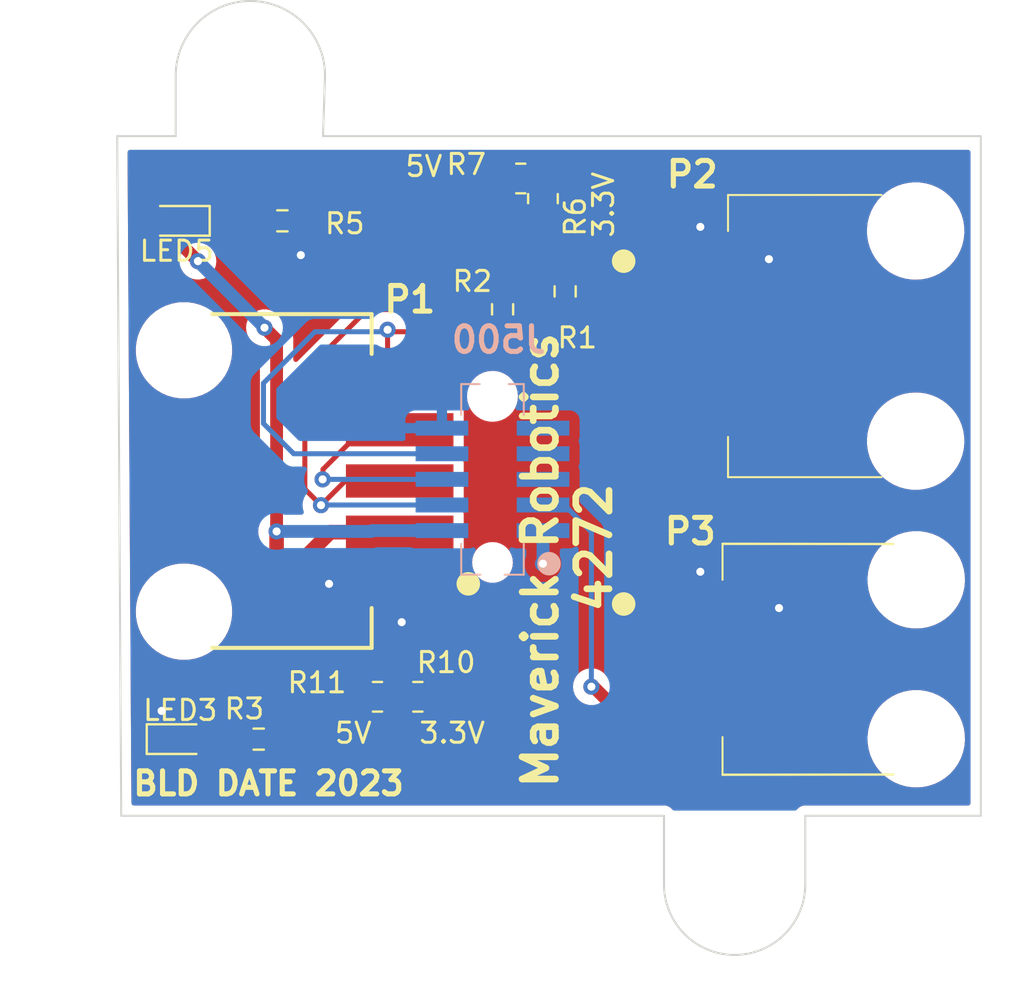
<source format=kicad_pcb>
(kicad_pcb (version 20211014) (generator pcbnew)
  (layers (0 "F.Cu" signal) (31 "B.Cu" signal) (34 "B.Paste" user) (35 "F.Paste" user) (36 "B.SilkS" user "B.Silkscreen") (37 "F.SilkS" user "F.Silkscreen") (38 "B.Mask" user) (39 "F.Mask" user) (44 "Edge.Cuts" user))
  (net 0 "")
  (net 1 "+3.3V")
  (net 2 "+5V")
  (net 3 "/ANALOG_IN")
  (net 4 "/FWD_LIM_SW")
  (net 6 "/ALT_ENC_A")
  (net 8 "/RVS_LIM_SW")
  (net 10 "GND")
  (net 11 "Net-(LED3-Pad2)")
  (net 12 "Net-(P1-Pad2)")
  (net 13 "Net-(P2-Pad2)")
  (net 14 "Net-(LED5-Pad1)")
  (footprint "Library Loader:0015912045" (layer "F.Cu") (at 174.177 103.215 90)
    (fp_text reference "P2" (at 8.015 -7.877 180) (layer "F.SilkS") (effects (font (size 1.27 1.27) (thickness 0.254))))
    (fp_text value "0015912045" hide)
    (fp_line (start -5 -6.105) (end -6.995 -6.105) (layer "F.SilkS") (width 0.1))
    (fp_line (start -6.995 -6.105) (end -6.995 1.5) (layer "F.SilkS") (width 0.1))
    (fp_line (start 5.21 -6.105) (end 6.995 -6.105) (layer "F.SilkS") (width 0.1))
    (fp_line (start 6.995 -6.105) (end 7 1.5) (layer "F.SilkS") (width 0.1))
    (pad "" np_thru_hole circle locked (at 5.21 3.195 90) (size 3.81 3.81) (drill 3.81) (layers *.Cu *.Mask))
    (pad "" np_thru_hole circle locked (at -5.21 3.195 90) (size 3.81 3.81) (drill 3.81) (layers *.Cu *.Mask))
    (pad "1" smd rect locked (at 3.81 -7.495 90) (size 1.65 5.33) (layers "F.Cu" "F.Paste" "F.Mask") (net 10 "GND"))
    (pad "2" smd rect locked (at 1.27 -7.495 90) (size 1.65 5.33) (layers "F.Cu" "F.Paste" "F.Mask") (net 13 "Net-(P2-Pad2)"))
    (pad "3" smd rect locked (at -1.27 -7.495 90) (size 1.65 5.33) (layers "F.Cu" "F.Paste" "F.Mask") (net 4 "/FWD_LIM_SW"))
    (pad "4" smd rect locked (at -3.81 -7.495 90) (size 1.65 5.33) (layers "F.Cu" "F.Paste" "F.Mask") (net 8 "/RVS_LIM_SW"))
  )
  (footprint "MountingHole:MountingHole_3.2mm_M3" (layer "F.Cu") (at 144.347714 90.3)
    (fp_text reference "MH1" hide)
    (fp_text value "MountingHole")
    (pad "" np_thru_hole circle (at 0 0) (size 3.2 3.2) (drill 3.2) (layers *.Cu *.Mask))
  )
  (footprint "Resistor_SMD:R_0805_2012Metric_Pad1.20x1.40mm_HandSolder" (layer "F.Cu") (at 150.7 121.1)
    (fp_text reference "R11" (at -3 -0.7) (layer "F.SilkS"))
    (fp_text value "0")
    (fp_line (start -0.227064 -0.735) (end 0.227064 -0.735) (layer "F.SilkS") (width 0.12))
    (fp_line (start -0.227064 0.735) (end 0.227064 0.735) (layer "F.SilkS") (width 0.12))
    (pad "1" smd roundrect (at -1 0) (size 1.2 1.4) (layers "F.Cu" "F.Paste" "F.Mask") (roundrect_rratio 0.208333) (net 2 "+5V"))
    (pad "2" smd roundrect (at 1 0) (size 1.2 1.4) (layers "F.Cu" "F.Paste" "F.Mask") (roundrect_rratio 0.208333) (net 12 "Net-(P1-Pad2)"))
  )
  (footprint "LED_SMD:LED_0603_1608Metric_Pad1.05x0.95mm_HandSolder" (layer "F.Cu") (at 140.925 123.2)
    (fp_text reference "LED3" (at 0 -1.43) (layer "F.SilkS"))
    (fp_text value "LTST-C190KGKT")
    (fp_line (start -1.66 -0.735) (end -1.66 0.735) (layer "F.SilkS") (width 0.12))
    (fp_line (start -1.66 0.735) (end 0.8 0.735) (layer "F.SilkS") (width 0.12))
    (fp_line (start 0.8 -0.735) (end -1.66 -0.735) (layer "F.SilkS") (width 0.12))
    (pad "1" smd roundrect (at -0.875 0) (size 1.05 0.95) (layers "F.Cu" "F.Paste" "F.Mask") (net 10 "GND"))
    (pad "2" smd roundrect (at 0.875 0) (size 1.05 0.95) (layers "F.Cu" "F.Paste" "F.Mask") (net 11 "Net-(LED3-Pad2)"))
  )
  (footprint "LED_SMD:LED_0603_1608Metric_Pad1.05x0.95mm_HandSolder" (layer "F.Cu") (at 140.725 97.5 180)
    (fp_text reference "LED5" (at -0.025 -1.5) (layer "F.SilkS"))
    (fp_text value "LTST-C190KGKT")
    (fp_line (start 0.8 -0.735) (end -1.66 -0.735) (layer "F.SilkS") (width 0.12))
    (fp_line (start -1.66 -0.735) (end -1.66 0.735) (layer "F.SilkS") (width 0.12))
    (fp_line (start -1.66 0.735) (end 0.8 0.735) (layer "F.SilkS") (width 0.12))
    (pad "1" smd roundrect (at -0.875 0 180) (size 1.05 0.95) (layers "F.Cu" "F.Paste" "F.Mask") (net 14 "Net-(LED5-Pad1)"))
    (pad "2" smd roundrect (at 0.875 0 180) (size 1.05 0.95) (layers "F.Cu" "F.Paste" "F.Mask") (net 2 "+5V"))
  )
  (footprint "Resistor_SMD:R_0805_2012Metric_Pad1.20x1.40mm_HandSolder" (layer "F.Cu") (at 152.7 121.1 180)
    (fp_text reference "R10" (at -1.4 1.7) (layer "F.SilkS"))
    (fp_text value "0")
    (fp_line (start -0.227064 -0.735) (end 0.227064 -0.735) (layer "F.SilkS") (width 0.12))
    (fp_line (start -0.227064 0.735) (end 0.227064 0.735) (layer "F.SilkS") (width 0.12))
    (pad "1" smd roundrect (at -1 0 180) (size 1.2 1.4) (layers "F.Cu" "F.Paste" "F.Mask") (roundrect_rratio 0.208333) (net 1 "+3.3V"))
    (pad "2" smd roundrect (at 1 0 180) (size 1.2 1.4) (layers "F.Cu" "F.Paste" "F.Mask") (roundrect_rratio 0.208333) (net 12 "Net-(P1-Pad2)"))
  )
  (footprint "Resistor_SMD:R_0603_1608Metric_Pad0.98x0.95mm_HandSolder" (layer "F.Cu") (at 145.9875 97.5)
    (fp_text reference "R5" (at 3.0905 0.14) (layer "F.SilkS"))
    (fp_text value "301")
    (fp_line (start -0.254724 -0.5225) (end 0.254724 -0.5225) (layer "F.SilkS") (width 0.12))
    (fp_line (start -0.254724 0.5225) (end 0.254724 0.5225) (layer "F.SilkS") (width 0.12))
    (pad "1" smd roundrect (at -0.9125 0) (size 0.975 0.95) (layers "F.Cu" "F.Paste" "F.Mask") (net 14 "Net-(LED5-Pad1)"))
    (pad "2" smd roundrect (at 0.9125 0) (size 0.975 0.95) (layers "F.Cu" "F.Paste" "F.Mask") (net 10 "GND"))
  )
  (footprint "Library Loader:15917050" (layer "F.Cu") (at 144.305 110.4 -90)
    (fp_text reference "P1" (at -9 -7.995 180) (layer "F.SilkS") (effects (font (size 1.27 1.27) (thickness 0.254))))
    (fp_text value "15-91-7050" hide)
    (fp_line (start 6.3 -6.105) (end 8.275 -6.105) (layer "F.SilkS") (width 0.2))
    (fp_line (start -8.275 1.8) (end -8.275 -6.105) (layer "F.SilkS") (width 0.2))
    (fp_line (start -8.275 -6.105) (end -6.3 -6.105) (layer "F.SilkS") (width 0.2))
    (fp_line (start 8.275 -6.105) (end 8.275 1.5) (layer "F.SilkS") (width 0.2))
    (fp_line (start 8.275 1.5) (end 8.275 1.8) (layer "F.SilkS") (width 0.2))
    (pad "" np_thru_hole circle (at 6.48 3.195 270) (size 3.76 3.76) (drill 3.76) (layers *.Cu *.Mask))
    (pad "" np_thru_hole circle (at -6.48 3.195 270) (size 3.76 3.76) (drill 3.76) (layers *.Cu *.Mask))
    (pad "1" smd rect (at 5.08 -7.495 270) (size 1.65 5.33) (layers "F.Cu" "F.Paste" "F.Mask") (net 10 "GND"))
    (pad "2" smd rect (at 2.54 -7.495 270) (size 1.65 5.33) (layers "F.Cu" "F.Paste" "F.Mask") (net 12 "Net-(P1-Pad2)"))
    (pad "3" smd rect (at 0 -7.495 270) (size 1.65 5.33) (layers "F.Cu" "F.Paste" "F.Mask") (net 4 "/FWD_LIM_SW"))
    (pad "4" smd rect (at -2.54 -7.495 270) (size 1.65 5.33) (layers "F.Cu" "F.Paste" "F.Mask") (net 6 "/ALT_ENC_A"))
    (pad "5" smd rect (at -5.08 -7.495 270) (size 1.65 5.33) (layers "F.Cu" "F.Paste" "F.Mask") (net 8 "/RVS_LIM_SW"))
  )
  (footprint "Resistor_SMD:R_0805_2012Metric_Pad1.20x1.40mm_HandSolder" (layer "F.Cu") (at 158.9 96.4 -90)
    (fp_text reference "R6" (at 0.9 -1.6 90) (layer "F.SilkS"))
    (fp_text value "0")
    (fp_line (start -0.227064 0.735) (end 0.227064 0.735) (layer "F.SilkS") (width 0.12))
    (fp_line (start -0.227064 -0.735) (end 0.227064 -0.735) (layer "F.SilkS") (width 0.12))
    (pad "1" smd roundrect (at -1 0 270) (size 1.2 1.4) (layers "F.Cu" "F.Paste" "F.Mask") (roundrect_rratio 0.208333) (net 13 "Net-(P2-Pad2)"))
    (pad "2" smd roundrect (at 1 0 270) (size 1.2 1.4) (layers "F.Cu" "F.Paste" "F.Mask") (roundrect_rratio 0.208333) (net 1 "+3.3V"))
  )
  (footprint "MountingHole:MountingHole_3.2mm_M3" (layer "F.Cu") (at 168.447 130.4)
    (fp_text reference "MH2" hide)
    (fp_text value "MountingHole")
    (pad "" np_thru_hole circle (at 0 0) (size 3.2 3.2) (drill 3.2) (layers *.Cu *.Mask))
  )
  (footprint "Resistor_SMD:R_0603_1608Metric_Pad0.98x0.95mm_HandSolder" (layer "F.Cu") (at 144.8125 123.2 180)
    (fp_text reference "R3" (at 0.7125 1.5) (layer "F.SilkS"))
    (fp_text value "137")
    (fp_line (start -0.254724 -0.5225) (end 0.254724 -0.5225) (layer "F.SilkS") (width 0.12))
    (fp_line (start -0.254724 0.5225) (end 0.254724 0.5225) (layer "F.SilkS") (width 0.12))
    (pad "1" smd roundrect (at -0.9125 0 180) (size 0.975 0.95) (layers "F.Cu" "F.Paste" "F.Mask") (net 1 "+3.3V"))
    (pad "2" smd roundrect (at 0.9125 0 180) (size 0.975 0.95) (layers "F.Cu" "F.Paste" "F.Mask") (net 11 "Net-(LED3-Pad2)"))
  )
  (footprint "Resistor_SMD:R_0603_1608Metric_Pad0.98x0.95mm_HandSolder" (layer "F.Cu") (at 160 101 90)
    (fp_text reference "R1" (at -2.3 0.6 180) (layer "F.SilkS"))
    (fp_text value "10K")
    (fp_line (start -0.254724 -0.5225) (end 0.254724 -0.5225) (layer "F.SilkS") (width 0.12))
    (fp_line (start -0.254724 0.5225) (end 0.254724 0.5225) (layer "F.SilkS") (width 0.12))
    (pad "1" smd roundrect (at -0.9125 0 90) (size 0.975 0.95) (layers "F.Cu" "F.Paste" "F.Mask") (net 4 "/FWD_LIM_SW"))
    (pad "2" smd roundrect (at 0.9125 0 90) (size 0.975 0.95) (layers "F.Cu" "F.Paste" "F.Mask") (net 1 "+3.3V"))
  )
  (footprint "Library Loader:15912035" (layer "F.Cu") (at 177.4 119.24 90)
    (fp_text reference "P3" (at 6.34 -11.2 180) (layer "F.SilkS") (effects (font (size 1.27 1.27) (thickness 0.254))))
    (fp_text value "15912035" hide)
    (fp_line (start -5.725 -9.6) (end -3.86 -9.6) (layer "F.SilkS") (width 0.1))
    (fp_line (start -5.715 -1.143) (end -5.725 -9.6) (layer "F.SilkS") (width 0.12))
    (fp_line (start 3.94 -9.6) (end 5.725 -9.6) (layer "F.SilkS") (width 0.1))
    (fp_line (start 5.715 -1.143) (end 5.725 -9.6) (layer "F.SilkS") (width 0.12))
    (pad "" np_thru_hole circle (at -3.94 0 90) (size 3.81 3.81) (drill 3.81) (layers *.Cu *.Mask))
    (pad "" np_thru_hole circle (at 3.94 0 90) (size 3.81 3.81) (drill 3.81) (layers *.Cu *.Mask))
    (pad "1" smd rect (at 2.54 -10.69 90) (size 1.65 5.33) (layers "F.Cu" "F.Paste" "F.Mask") (net 10 "GND"))
    (pad "2" smd rect (at 0 -10.69 90) (size 1.65 5.33) (layers "F.Cu" "F.Paste" "F.Mask") (net 1 "+3.3V"))
    (pad "3" smd rect (at -2.54 -10.69 90) (size 1.65 5.33) (layers "F.Cu" "F.Paste" "F.Mask") (net 3 "/ANALOG_IN"))
  )
  (footprint "Resistor_SMD:R_0805_2012Metric_Pad1.20x1.40mm_HandSolder" (layer "F.Cu") (at 157.8 95.4)
    (fp_text reference "R7" (at -2.7 -0.7) (layer "F.SilkS"))
    (fp_text value "0")
    (fp_line (start -0.227064 -0.735) (end 0.227064 -0.735) (layer "F.SilkS") (width 0.12))
    (fp_line (start -0.227064 0.735) (end 0.227064 0.735) (layer "F.SilkS") (width 0.12))
    (pad "1" smd roundrect (at -1 0) (size 1.2 1.4) (layers "F.Cu" "F.Paste" "F.Mask") (roundrect_rratio 0.208333) (net 2 "+5V"))
    (pad "2" smd roundrect (at 1 0) (size 1.2 1.4) (layers "F.Cu" "F.Paste" "F.Mask") (roundrect_rratio 0.208333) (net 13 "Net-(P2-Pad2)"))
  )
  (footprint "" (layer "F.Cu") (at 144.347714 90.3 180)
    (fp_text reference "" (at 0 0) (layer "F.SilkS") (effects (font (size 1.27 1.27))))
    (fp_text value "" (at 0 0) (layer "F.SilkS") (effects (font (size 1.27 1.27))))
    (pad "" np_thru_hole circle (at 0 0 180) (size 3.2 3.2) (drill 3.2) (layers F&B.Cu *.Mask))
  )
  (footprint "Resistor_SMD:R_0603_1608Metric_Pad0.98x0.95mm_HandSolder" (layer "F.Cu") (at 156.9 101.8875 -90)
    (fp_text reference "R2" (at -1.3875 1.5 180) (layer "F.SilkS"))
    (fp_text value "10K")
    (fp_line (start -0.254724 0.5225) (end 0.254724 0.5225) (layer "F.SilkS") (width 0.12))
    (fp_line (start -0.254724 -0.5225) (end 0.254724 -0.5225) (layer "F.SilkS") (width 0.12))
    (pad "1" smd roundrect (at -0.9125 0 270) (size 0.975 0.95) (layers "F.Cu" "F.Paste" "F.Mask") (net 1 "+3.3V"))
    (pad "2" smd roundrect (at 0.9125 0 270) (size 0.975 0.95) (layers "F.Cu" "F.Paste" "F.Mask") (net 8 "/RVS_LIM_SW"))
  )
  (footprint "Library Loader:M503110542" (layer "B.Cu") (at 157.76 100.0875 -90)
    (fp_text reference "J500" (at 3.3125 1.06 180) (layer "B.SilkS") (effects (font (size 1.27 1.27) (thickness 0.254)) (justify mirror)))
    (fp_text value "M50-3110542" hide)
    (fp_line (start 7.0325 2.91) (end 5.5075 2.91) (layer "B.SilkS") (width 0.1))
    (fp_line (start 5.5075 -0.19) (end 5.5075 0.56) (layer "B.SilkS") (width 0.1))
    (fp_line (start 14.9575 -0.19) (end 13.4325 -0.19) (layer "B.SilkS") (width 0.1))
    (fp_line (start 5.5075 2.91) (end 5.5075 1.995) (layer "B.SilkS") (width 0.1))
    (fp_line (start 14.9575 1.96) (end 14.9575 2.91) (layer "B.SilkS") (width 0.1))
    (fp_line (start 14.9575 0.76) (end 14.9575 -0.19) (layer "B.SilkS") (width 0.1))
    (fp_line (start 14.9575 2.91) (end 13.4325 2.91) (layer "B.SilkS") (width 0.1))
    (fp_line (start 7.0325 -0.19) (end 5.5075 -0.19) (layer "B.SilkS") (width 0.1))
    (pad "" np_thru_hole circle (at 6.1125 1.36 90) (size 1.5 1.5) (drill 1.5) (layers *.Cu *.Mask))
    (pad "" np_thru_hole circle (at 14.3525 1.36 90) (size 1 1) (drill 1) (layers *.Cu *.Mask))
    (pad "1" smd rect (at 12.7725 -1.145 90) (size 0.74 2.61) (layers "B.Cu" "B.Paste" "B.Mask") (net 1 "+3.3V"))
    (pad "2" smd rect (at 12.7725 3.865 90) (size 0.74 2.61) (layers "B.Cu" "B.Paste" "B.Mask") (net 2 "+5V"))
    (pad "3" smd rect (at 11.5025 -1.145 90) (size 0.74 2.61) (layers "B.Cu" "B.Paste" "B.Mask") (net 3 "/ANALOG_IN"))
    (pad "4" smd rect (at 11.5025 3.865 90) (size 0.74 2.61) (layers "B.Cu" "B.Paste" "B.Mask") (net 4 "/FWD_LIM_SW"))
    (pad "5" smd rect (at 10.2325 -1.145 90) (size 0.74 2.61) (layers "B.Cu" "B.Paste" "B.Mask"))
    (pad "6" smd rect (at 10.2325 3.865 90) (size 0.74 2.61) (layers "B.Cu" "B.Paste" "B.Mask") (net 6 "/ALT_ENC_A"))
    (pad "7" smd rect (at 8.9625 -1.145 90) (size 0.74 2.61) (layers "B.Cu" "B.Paste" "B.Mask"))
    (pad "8" smd rect (at 8.9625 3.865 90) (size 0.74 2.61) (layers "B.Cu" "B.Paste" "B.Mask") (net 8 "/RVS_LIM_SW"))
    (pad "9" smd rect (at 7.6925 -1.145 90) (size 0.74 2.61) (layers "B.Cu" "B.Paste" "B.Mask"))
    (pad "10" smd rect (at 7.6925 3.865 90) (size 0.74 2.61) (layers "B.Cu" "B.Paste" "B.Mask") (net 10 "GND"))
  )
  (gr_circle (center 159.2 114.5) (end 159.708 114.5) (layer "B.SilkS") (width 0.15) (fill solid))
  (gr_circle (center 155.2 115.5) (end 155.708 115.5) (layer "F.SilkS") (width 0.15) (fill solid))
  (gr_circle (center 162.9 116.5) (end 163.408 116.5) (layer "F.SilkS") (width 0.15) (fill solid))
  (gr_circle (center 162.9 99.5) (end 163.408 99.5) (layer "F.SilkS") (width 0.15) (fill solid))
  (gr_line (start 171.9 127) (end 180.6 127) (layer "Edge.Cuts") (width 0.1))
  (gr_line (start 140.7 93.3) (end 137.8 93.3) (layer "Edge.Cuts") (width 0.1))
  (gr_arc (start 140.7 90.3) (mid 144.4 86.6) (end 148.1 90.3) (layer "Edge.Cuts") (width 0.1))
  (gr_line (start 171.899993 130.4) (end 171.9 127) (layer "Edge.Cuts") (width 0.1))
  (gr_line (start 137.8 93.3) (end 138 127) (layer "Edge.Cuts") (width 0.1))
  (gr_line (start 180.6 127) (end 180.6 93.3) (layer "Edge.Cuts") (width 0.1))
  (gr_arc (start 171.899993 130.4) (mid 168.4 133.899993) (end 164.900007 130.4) (layer "Edge.Cuts") (width 0.1))
  (gr_line (start 148.1 90.3) (end 148 93.3) (layer "Edge.Cuts") (width 0.1))
  (gr_line (start 138 127) (end 164.9 127) (layer "Edge.Cuts") (width 0.1))
  (gr_line (start 140.7 90.3) (end 140.7 93.3) (layer "Edge.Cuts") (width 0.1))
  (gr_line (start 180.6 93.3) (end 148 93.3) (layer "Edge.Cuts") (width 0.1))
  (gr_line (start 164.900007 130.4) (end 164.9 127) (layer "Edge.Cuts") (width 0.1))
  (gr_text "Maverick Robotics \n4272" (at 160.1 113.7 90) (layer "F.SilkS") (effects (font (size 1.651 1.651) (thickness 0.3302))))
  (gr_text "5V" (at 153 94.8) (layer "F.SilkS") (effects (font (size 1 1))))
  (gr_text "3.3V" (at 154.4 122.9) (layer "F.SilkS") (effects (font (size 1 1))))
  (gr_text "BLD DATE 2023" (at 145.3 125.4) (layer "F.SilkS") (effects (font (size 1.143 1.143) (thickness 0.254))))
  (gr_text "5V\n" (at 149.5 122.9) (layer "F.SilkS") (effects (font (size 1 1))))
  (gr_text "3.3V" (at 161.9 96.7 90) (layer "F.SilkS") (effects (font (size 1 1))))
  (via (at 158.9 114.5) (size 0.8) (drill 0.4) (layers "F.Cu" "B.Cu") (net 1))
  (segment (start 158.905 112.86) (end 158.905 114.395) (width 0.635) (layer "B.Cu") (net 1))
  (segment (start 158.905 114.395) (end 158.9 114.4) (width 0.25) (layer "B.Cu") (net 1))
  (segment (start 158.9 114.4) (end 158.9 114.5) (width 0.25) (layer "B.Cu") (net 1))
  (segment (start 145.7 112.9) (end 145.7 117.1) (width 0.722) (layer "F.Cu") (net 2))
  (segment (start 145.7 117.1) (end 149.7 121.1) (width 0.722) (layer "F.Cu") (net 2))
  (segment (start 142.5 94.8) (end 156.2 94.8) (width 0.722) (layer "F.Cu") (net 2))
  (segment (start 145.7 103.4) (end 145.1 102.8) (width 0.635) (layer "F.Cu") (net 2))
  (segment (start 139.8 97.5) (end 142.5 94.8) (width 0.722) (layer "F.Cu") (net 2))
  (segment (start 156.2 94.8) (end 156.8 95.4) (width 0.722) (layer "F.Cu") (net 2))
  (segment (start 141.8 99.5) (end 139.8 97.5) (width 0.635) (layer "F.Cu") (net 2))
  (segment (start 145.7 112.9) (end 145.7 103.4) (width 0.635) (layer "F.Cu") (net 2))
  (via (at 145.1 102.8) (size 0.8) (drill 0.4) (layers "F.Cu" "B.Cu") (net 2))
  (via (at 141.8 99.5) (size 0.8) (drill 0.4) (layers "F.Cu" "B.Cu") (net 2))
  (via (at 145.7 112.9) (size 0.8) (drill 0.4) (layers "F.Cu" "B.Cu") (net 2))
  (segment (start 141.8 99.5) (end 145.1 102.8) (width 0.635) (layer "B.Cu") (net 2))
  (segment (start 150.44 112.86) (end 153.895 112.86) (width 0.635) (layer "B.Cu") (net 2))
  (segment (start 145.7 112.9) (end 150.4 112.9) (width 0.635) (layer "B.Cu") (net 2))
  (segment (start 150.4 112.9) (end 150.44 112.86) (width 0.635) (layer "B.Cu") (net 2))
  (segment (start 161.4 120.6) (end 162.59 121.79) (width 0.635) (layer "F.Cu") (net 3))
  (segment (start 161.3 120.6) (end 161.4 120.6) (width 0.25) (layer "F.Cu") (net 3))
  (segment (start 162.59 121.79) (end 166.682 121.79) (width 0.635) (layer "F.Cu") (net 3))
  (via (at 161.3 120.6) (size 0.8) (drill 0.4) (layers "F.Cu" "B.Cu") (net 3))
  (segment (start 161.3 120.6) (end 161.3 112.93) (width 0.25) (layer "B.Cu") (net 3))
  (segment (start 159.96 111.59) (end 158.905 111.59) (width 0.25) (layer "B.Cu") (net 3))
  (segment (start 161.3 112.93) (end 159.96 111.59) (width 0.25) (layer "B.Cu") (net 3))
  (segment (start 161.4 101.9) (end 150.2 101.9) (width 0.25) (layer "F.Cu") (net 4))
  (segment (start 163.985 104.485) (end 161.4 101.9) (width 0.25) (layer "F.Cu") (net 4))
  (segment (start 166.682 104.485) (end 163.985 104.485) (width 0.25) (layer "F.Cu") (net 4))
  (segment (start 147.1 110.8) (end 147.9 111.6) (width 0.25) (layer "F.Cu") (net 4))
  (segment (start 147.1 105) (end 147.1 110.8) (width 0.25) (layer "F.Cu") (net 4))
  (segment (start 151.8 110.4) (end 149.1 110.4) (width 0.25) (layer "F.Cu") (net 4))
  (segment (start 150.2 101.9) (end 147.1 105) (width 0.25) (layer "F.Cu") (net 4))
  (segment (start 149.1 110.4) (end 147.9 111.6) (width 0.25) (layer "F.Cu") (net 4))
  (via (at 147.9 111.6) (size 0.8) (drill 0.4) (layers "F.Cu" "B.Cu") (net 4))
  (segment (start 147.91 111.59) (end 147.9 111.6) (width 0.25) (layer "B.Cu") (net 4))
  (segment (start 153.895 111.59) (end 147.91 111.59) (width 0.25) (layer "B.Cu") (net 4))
  (segment (start 148 109.82) (end 148 110.3) (width 0.25) (layer "F.Cu") (net 6))
  (segment (start 151.8 107.86) (end 149.96 107.86) (width 0.25) (layer "F.Cu") (net 6))
  (segment (start 149.96 107.86) (end 148 109.82) (width 0.25) (layer "F.Cu") (net 6))
  (via (at 147.98 110.32) (size 0.8) (drill 0.4) (layers "F.Cu" "B.Cu") (net 6))
  (segment (start 153.895 110.32) (end 147.98 110.32) (width 0.25) (layer "B.Cu") (net 6))
  (segment (start 151.3 103) (end 160.817 103) (width 0.25) (layer "F.Cu") (net 8))
  (segment (start 151.2 102.9) (end 151.2 104.72) (width 0.25) (layer "F.Cu") (net 8))
  (segment (start 164.842 107.025) (end 166.682 107.025) (width 0.25) (layer "F.Cu") (net 8))
  (segment (start 151.2 104.72) (end 151.8 105.32) (width 0.25) (layer "F.Cu") (net 8))
  (segment (start 160.817 103) (end 164.842 107.025) (width 0.25) (layer "F.Cu") (net 8))
  (segment (start 151.2 102.9) (end 151.3 103) (width 0.25) (layer "F.Cu") (net 8))
  (via (at 151.2 102.9) (size 0.8) (drill 0.4) (layers "F.Cu" "B.Cu") (net 8))
  (segment (start 146.55 109.05) (end 153.895 109.05) (width 0.25) (layer "B.Cu") (net 8))
  (segment (start 151.2 102.9) (end 151.1 103) (width 0.25) (layer "B.Cu") (net 8))
  (segment (start 145.05 105.55) (end 145.05 107.55) (width 0.25) (layer "B.Cu") (net 8))
  (segment (start 145.05 107.55) (end 146.55 109.05) (width 0.25) (layer "B.Cu") (net 8))
  (segment (start 147.6 103) (end 145.05 105.55) (width 0.25) (layer "B.Cu") (net 8))
  (segment (start 151.1 103) (end 147.6 103) (width 0.25) (layer "B.Cu") (net 8))
  (segment (start 140.05 123.2) (end 140 123.15) (width 0.25) (layer "F.Cu") (net 10))
  (segment (start 166.71 116.7) (end 166.71 114.91) (width 0.635) (layer "F.Cu") (net 10))
  (segment (start 166.682 99.405) (end 166.682 97.818) (width 0.635) (layer "F.Cu") (net 10))
  (segment (start 166.682 97.818) (end 166.7 97.8) (width 0.635) (layer "F.Cu") (net 10))
  (segment (start 166.7 114.9) (end 166.71 114.91) (width 0.25) (layer "F.Cu") (net 10))
  (segment (start 170.095 99.405) (end 166.682 99.405) (width 0.635) (layer "F.Cu") (net 10))
  (segment (start 146.9 97.5) (end 146.9 99.2) (width 0.635) (layer "F.Cu") (net 10))
  (segment (start 148.3 115.5) (end 148.32 115.48) (width 0.635) (layer "F.Cu") (net 10))
  (segment (start 151.9 117.4) (end 151.8 117.3) (width 0.635) (layer "F.Cu") (net 10))
  (segment (start 148.32 115.48) (end 151.8 115.48) (width 0.635) (layer "F.Cu") (net 10))
  (segment (start 140 123.15) (end 140 121.8) (width 0.635) (layer "F.Cu") (net 10))
  (segment (start 166.71 116.7) (end 170.6 116.7) (width 0.635) (layer "F.Cu") (net 10))
  (segment (start 170.1 99.4) (end 170.095 99.405) (width 0.635) (layer "F.Cu") (net 10))
  (segment (start 151.8 117.3) (end 151.8 115.48) (width 0.635) (layer "F.Cu") (net 10))
  (via (at 170.6 116.7) (size 0.8) (drill 0.4) (layers "F.Cu" "B.Cu") (net 10))
  (via (at 148.3 115.5) (size 0.8) (drill 0.4) (layers "F.Cu" "B.Cu") (net 10))
  (via (at 140 121.8) (size 0.8) (drill 0.4) (layers "F.Cu" "B.Cu") (net 10))
  (via (at 146.9 99.2) (size 0.8) (drill 0.4) (layers "F.Cu" "B.Cu") (net 10))
  (via (at 170.1 99.4) (size 0.8) (drill 0.4) (layers "F.Cu" "B.Cu") (net 10))
  (via (at 166.7 97.8) (size 0.8) (drill 0.4) (layers "F.Cu" "B.Cu") (net 10))
  (via (at 166.7 114.9) (size 0.8) (drill 0.4) (layers "F.Cu" "B.Cu") (net 10))
  (via (at 151.9 117.4) (size 0.8) (drill 0.4) (layers "F.Cu" "B.Cu") (net 10))
  (segment (start 143.9 123.2) (end 141.8 123.2) (width 0.25) (layer "F.Cu") (net 11))
  (segment (start 151.8 112.94) (end 148.36 112.94) (width 0.722) (layer "F.Cu") (net 12))
  (segment (start 148.36 112.94) (end 146.8 114.5) (width 0.722) (layer "F.Cu") (net 12))
  (segment (start 146.8 116.2) (end 151.7 121.1) (width 0.722) (layer "F.Cu") (net 12))
  (segment (start 146.8 114.5) (end 146.8 116.2) (width 0.722) (layer "F.Cu") (net 12))
  (segment (start 158.9 95.4) (end 161.5 98) (width 0.722) (layer "F.Cu") (net 13))
  (segment (start 161.5 100.3) (end 163.145 101.945) (width 0.722) (layer "F.Cu") (net 13))
  (segment (start 168.282 101.945) (end 166.682 101.945) (width 0.25) (layer "F.Cu") (net 13))
  (segment (start 161.5 98) (end 161.5 100.3) (width 0.722) (layer "F.Cu") (net 13))
  (segment (start 163.145 101.945) (end 168.282 101.945) (width 0.722) (layer "F.Cu") (net 13))
  (segment (start 141.6 97.5) (end 145.075 97.5) (width 0.25) (layer "F.Cu") (net 14))
  (zone (net 1) (net_name "+3.3V") (layer "F.Cu") (connect_pads (clearance 0.508)) (min_thickness 0.254) (fill yes (thermal_gap 0.508) (thermal_bridge_width 0.508))
    (polygon (pts (xy 180.4 126.7) (xy 138.2 126.7) (xy 138.2 94) (xy 180.4 94)))
  )
  (zone (net 10) (net_name "GND") (layer "B.Cu") (connect_pads (clearance 0.508)) (min_thickness 0.254) (fill yes (thermal_gap 0.508) (thermal_bridge_width 0.508))
    (polygon (pts (xy 180.4 126.743) (xy 138.194 126.743) (xy 138.194 93.977) (xy 180.4 93.977)))
  )
  (zone (net 0) (net_name "") (layer "B.Cu") (connect_pads (clearance 0)) (min_thickness 0.254)
    (keepout (tracks not_allowed) (vias not_allowed) (pads not_allowed) (copperpour not_allowed) (footprints allowed))
    (fill (thermal_gap 0.508) (thermal_bridge_width 0.508))
    (polygon (pts (xy 157.5 113.6) (xy 155.3 113.584862) (xy 155.3 107) (xy 157.5 107)))
  )
)
</source>
